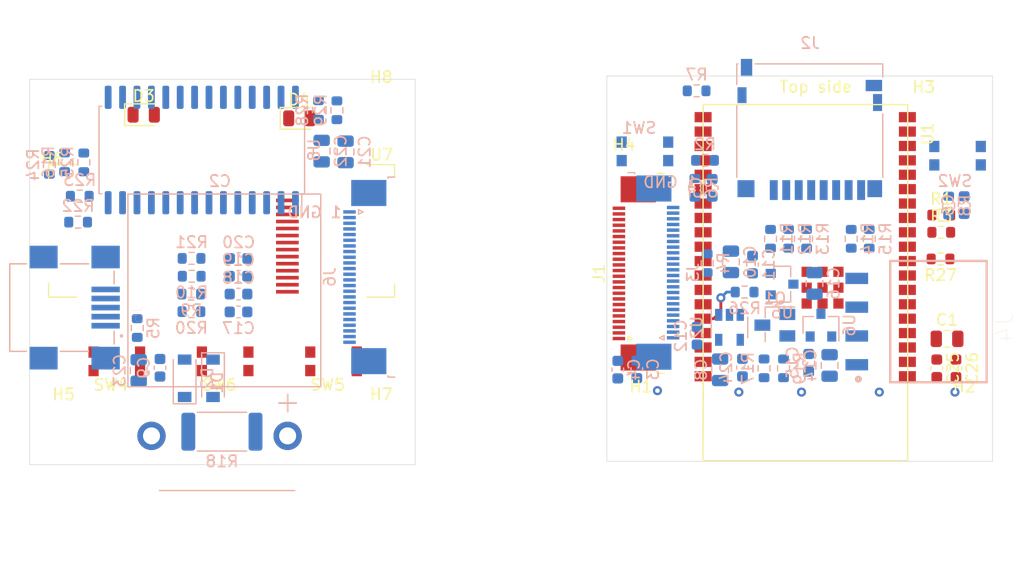
<source format=kicad_pcb>
(kicad_pcb (version 20171130) (host pcbnew "(5.1.8)-1")
  (layers (0 F.Cu signal) (1 In1.Cu power) (2 In2.Cu power) (31 B.Cu signal) (34 B.Paste user) (35 F.Paste user) (36 B.SilkS user hide) (37 F.SilkS user hide) (38 B.Mask user) (39 F.Mask user) (44 Edge.Cuts user))
  (net 0 "")
  (net 1 GND)
  (net 2 +3V3)
  (net 3 /CSI_PCLK)
  (net 4 /CAM_RST)
  (net 5 /ESP32_RST)
  (net 6 +2V8)
  (net 7 +1V2)
  (net 8 "Net-(C16-Pad1)")
  (net 9 "Net-(C17-Pad1)")
  (net 10 "Net-(C17-Pad2)")
  (net 11 "Net-(C18-Pad2)")
  (net 12 "Net-(C18-Pad1)")
  (net 13 "Net-(C21-Pad1)")
  (net 14 "Net-(C22-Pad1)")
  (net 15 "Net-(D2-Pad1)")
  (net 16 "Net-(D3-Pad2)")
  (net 17 "Net-(D4-Pad2)")
  (net 18 "Net-(J1-Pad1)")
  (net 19 "Net-(J1-Pad2)")
  (net 20 /CSI_D2)
  (net 21 /CSI_D1)
  (net 22 /CSI_D3)
  (net 23 "Net-(J1-Pad6)")
  (net 24 /CSI_D4)
  (net 25 /CSI_D5)
  (net 26 /CSI_D6)
  (net 27 /CSI_MCLK)
  (net 28 /CSI_D7)
  (net 29 /CSI_HSYNC)
  (net 30 "Net-(J1-Pad17)")
  (net 31 /CSI_VSYNC)
  (net 32 /TWI_SCK)
  (net 33 /TWI_SDA)
  (net 34 "Net-(J1-Pad24)")
  (net 35 /HS2_DATA1)
  (net 36 /HS2_DATA0)
  (net 37 /HS2_CLK)
  (net 38 /HS2_CMD)
  (net 39 /HS2_DATA3)
  (net 40 /HS2_DATA2)
  (net 41 /SCL)
  (net 42 /U0TXD)
  (net 43 "Net-(Q1-Pad2)")
  (net 44 /CSI_D0)
  (net 45 /CAM_PWR)
  (net 46 "/I2C OLED/OLED_RESET")
  (net 47 "Net-(R21-Pad1)")
  (net 48 "/GPIO Expander/Vusb_detect")
  (net 49 "Net-(R24-Pad2)")
  (net 50 "/GPIO Expander/LED_RECORDING")
  (net 51 /SDA)
  (net 52 "/GPIO Expander/BTN_DOWN")
  (net 53 "/GPIO Expander/BTN_UP")
  (net 54 "/GPIO Expander/BTN_OK")
  (net 55 "Net-(U1-Pad17)")
  (net 56 "Net-(U1-Pad18)")
  (net 57 "Net-(U1-Pad19)")
  (net 58 "Net-(U1-Pad20)")
  (net 59 "Net-(U1-Pad21)")
  (net 60 "Net-(U1-Pad22)")
  (net 61 "Net-(U1-Pad32)")
  (net 62 "Net-(U1-Pad28)")
  (net 63 "Net-(U1-Pad27)")
  (net 64 "Net-(U2-Pad4)")
  (net 65 "Net-(U7-Pad6)")
  (net 66 "Net-(U8-Pad1)")
  (net 67 "Net-(U8-Pad2)")
  (net 68 "Net-(U8-Pad3)")
  (net 69 "Net-(U8-Pad4)")
  (net 70 "Net-(U8-Pad5)")
  (net 71 "Net-(U8-Pad6)")
  (net 72 "Net-(U8-Pad7)")
  (net 73 "Net-(U8-Pad8)")
  (net 74 "Net-(U8-Pad11)")
  (net 75 "Net-(U8-Pad14)")
  (net 76 "Net-(U8-Pad19)")
  (net 77 "Net-(U8-Pad20)")
  (net 78 "Net-(U8-Pad21)")
  (net 79 "Net-(U8-Pad22)")
  (net 80 "Net-(U8-Pad23)")
  (net 81 "Net-(C2-Pad1)")
  (net 82 "Net-(J5-Pad4)")
  (net 83 "Net-(J5-Pad3)")
  (net 84 "Net-(J5-Pad2)")
  (net 85 /5V_USB_SC)
  (module Connector_Card:microSD_HC_Hirose_DM3D-SF (layer B.Cu) (at 126.74302 0.8801 180)
    (fp_text reference J2 (at -0.025 7.625) (layer B.SilkS) (effects (justify mirror)))
    (fp_text value Micro_SD_Card)
    (pad 8 smd rect (at -4.525 -5.35 180) (size 0.7 1.75) (layers B.Cu B.Paste B.Mask) (net 35 /HS2_DATA1))
    (pad 11 smd rect (at -5.725 -5.225 180) (size 1.3 1.5) (layers B.Cu B.Paste B.Mask))
    (pad 11 smd rect (at -5.975 2.375 180) (size 0.8 1.5) (layers B.Cu B.Paste B.Mask))
    (pad 9 smd rect (at -5.65 3.875 180) (size 1.45 1) (layers B.Cu B.Paste B.Mask) (net 1 GND))
    (pad 11 smd rect (at 5.975 3.025 180) (size 0.8 1.4) (layers B.Cu B.Paste B.Mask))
    (pad 7 smd rect (at -3.425 -5.35 180) (size 0.7 1.75) (layers B.Cu B.Paste B.Mask) (net 36 /HS2_DATA0))
    (pad 6 smd rect (at -2.325 -5.35 180) (size 0.7 1.75) (layers B.Cu B.Paste B.Mask) (net 1 GND))
    (pad 5 smd rect (at -1.225 -5.35 180) (size 0.7 1.75) (layers B.Cu B.Paste B.Mask) (net 37 /HS2_CLK))
    (pad 4 smd rect (at -0.125 -5.35 180) (size 0.7 1.75) (layers B.Cu B.Paste B.Mask) (net 2 +3V3))
    (pad 3 smd rect (at 0.975 -5.35 180) (size 0.7 1.75) (layers B.Cu B.Paste B.Mask) (net 38 /HS2_CMD))
    (pad 2 smd rect (at 2.075 -5.35 180) (size 0.7 1.75) (layers B.Cu B.Paste B.Mask) (net 39 /HS2_DATA3))
    (pad 1 smd rect (at 3.175 -5.35 180) (size 0.7 1.75) (layers B.Cu B.Paste B.Mask) (net 40 /HS2_DATA2))
    (pad 11 smd rect (at 5.625 -5.225 180) (size 1.5 1.5) (layers B.Cu B.Paste B.Mask))
    (pad 10 smd rect (at 5.575 5.45 180) (size 1 1.55) (layers B.Cu B.Paste B.Mask))
  )
  (module BG300-04-X-X-A_REVC:GCT_BG300-04-X-X-A_REVC (layer B.Cu) (at 136.1108 17.832 90)
    (fp_text reference J4 (at -0.55063 7.77873 270) (layer B.SilkS) (effects (font (size 1.601795 1.601795) (thickness 0.015)) (justify mirror)))
    (fp_text value BG300-04-X-X-A_REVC)
    (pad 4 smd rect (at 3.81 -5.225 90) (size 1 2) (layers B.Cu B.Paste B.Mask) (net 85 /5V_USB_SC))
    (pad 3 smd rect (at 1.27 -5.225 90) (size 1 2) (layers B.Cu B.Paste B.Mask) (net 42 /U0TXD))
    (pad 2 smd rect (at -1.27 -5.225 90) (size 1 2) (layers B.Cu B.Paste B.Mask) (net 41 /SCL))
    (pad 1 smd rect (at -3.81 -5.225 90) (size 1 2) (layers B.Cu B.Paste B.Mask) (net 1 GND))
  )
  (module kicad_lib:ESP32-WROVER-E-JC (layer F.Cu) (at 126.7128 11.7995 180)
    (fp_text reference U1 (at -10.41 10.53 90) (layer F.SilkS))
    (fp_text value ESP32-WROVER-E-JC)
    (pad 1 smd rect (at -8.636 -10.8585) (size 1.5 0.9) (layers F.Cu F.Paste F.Mask) (net 1 GND))
    (pad 2 smd rect (at -8.636 -9.5885) (size 1.5 0.9) (layers F.Cu F.Paste F.Mask) (net 2 +3V3))
    (pad 3 smd rect (at -8.636 -8.3185) (size 1.5 0.9) (layers F.Cu F.Paste F.Mask) (net 5 /ESP32_RST))
    (pad 4 smd rect (at -8.636 -7.0485) (size 1.5 0.9) (layers F.Cu F.Paste F.Mask) (net 24 /CSI_D4))
    (pad 5 smd rect (at -8.636 -5.7785) (size 1.5 0.9) (layers F.Cu F.Paste F.Mask) (net 25 /CSI_D5))
    (pad 6 smd rect (at -8.636 -4.5085) (size 1.5 0.9) (layers F.Cu F.Paste F.Mask) (net 26 /CSI_D6))
    (pad 7 smd rect (at -8.636 -3.2385) (size 1.5 0.9) (layers F.Cu F.Paste F.Mask) (net 28 /CSI_D7))
    (pad 8 smd rect (at -8.636 -1.9685) (size 1.5 0.9) (layers F.Cu F.Paste F.Mask) (net 45 /CAM_PWR))
    (pad 9 smd rect (at -8.636 -0.6985) (size 1.5 0.9) (layers F.Cu F.Paste F.Mask) (net 51 /SDA))
    (pad 10 smd rect (at -8.636 0.5715) (size 1.5 0.9) (layers F.Cu F.Paste F.Mask) (net 31 /CSI_VSYNC))
    (pad 11 smd rect (at -8.636 1.8415) (size 1.5 0.9) (layers F.Cu F.Paste F.Mask) (net 33 /TWI_SDA))
    (pad 12 smd rect (at -8.636 3.1115) (size 1.5 0.9) (layers F.Cu F.Paste F.Mask) (net 32 /TWI_SCK))
    (pad 13 smd rect (at -8.636 4.3815) (size 1.5 0.9) (layers F.Cu F.Paste F.Mask) (net 37 /HS2_CLK))
    (pad 14 smd rect (at -8.636 5.6515) (size 1.5 0.9) (layers F.Cu F.Paste F.Mask) (net 40 /HS2_DATA2))
    (pad 15 smd rect (at -8.636 6.9215) (size 1.5 0.9) (layers F.Cu F.Paste F.Mask) (net 1 GND))
    (pad 16 smd rect (at -8.636 8.1915) (size 1.5 0.9) (layers F.Cu F.Paste F.Mask) (net 39 /HS2_DATA3))
    (pad 17 smd rect (at -8.636 9.4615) (size 1.5 0.9) (layers F.Cu F.Paste F.Mask) (net 55 "Net-(U1-Pad17)"))
    (pad 18 smd rect (at -8.636 10.7315 270) (size 0.9 1.5) (layers F.Cu F.Paste F.Mask) (net 56 "Net-(U1-Pad18)"))
    (pad 19 smd rect (at -8.636 12.0015 270) (size 0.9 1.5) (layers F.Cu F.Paste F.Mask) (net 57 "Net-(U1-Pad19)"))
    (pad 20 smd rect (at 9.374 12.0015 270) (size 0.9 1.5) (layers F.Cu F.Paste F.Mask) (net 58 "Net-(U1-Pad20)"))
    (pad 21 smd rect (at 9.374 10.7315 270) (size 0.9 1.5) (layers F.Cu F.Paste F.Mask) (net 59 "Net-(U1-Pad21)"))
    (pad 22 smd rect (at 9.374 9.4615 270) (size 0.9 1.5) (layers F.Cu F.Paste F.Mask) (net 60 "Net-(U1-Pad22)"))
    (pad 23 smd rect (at 9.374 8.1915 270) (size 0.9 1.5) (layers F.Cu F.Paste F.Mask) (net 38 /HS2_CMD))
    (pad 24 smd rect (at 9.374 6.9215 270) (size 0.9 1.5) (layers F.Cu F.Paste F.Mask) (net 36 /HS2_DATA0))
    (pad 38 smd rect (at 9.374 -10.8585 180) (size 1.5 0.9) (layers F.Cu F.Paste F.Mask) (net 1 GND))
    (pad 37 smd rect (at 9.374 -9.5885 180) (size 1.5 0.9) (layers F.Cu F.Paste F.Mask) (net 29 /CSI_HSYNC))
    (pad 36 smd rect (at 9.374 -8.3185 180) (size 1.5 0.9) (layers F.Cu F.Paste F.Mask) (net 3 /CSI_PCLK))
    (pad 35 smd rect (at 9.374 -7.0485 180) (size 1.5 0.9) (layers F.Cu F.Paste F.Mask) (net 42 /U0TXD))
    (pad 34 smd rect (at 9.374 -5.7785 180) (size 1.5 0.9) (layers F.Cu F.Paste F.Mask) (net 41 /SCL))
    (pad 33 smd rect (at 9.374 -4.5085 180) (size 1.5 0.9) (layers F.Cu F.Paste F.Mask) (net 22 /CSI_D3))
    (pad 32 smd rect (at 9.374 -3.2385 180) (size 1.5 0.9) (layers F.Cu F.Paste F.Mask) (net 61 "Net-(U1-Pad32)"))
    (pad 31 smd rect (at 9.374 -1.9685 180) (size 1.5 0.9) (layers F.Cu F.Paste F.Mask) (net 20 /CSI_D2))
    (pad 30 smd rect (at 9.374 -0.6985 180) (size 1.5 0.9) (layers F.Cu F.Paste F.Mask) (net 21 /CSI_D1))
    (pad 29 smd rect (at 9.374 0.5715 180) (size 1.5 0.9) (layers F.Cu F.Paste F.Mask) (net 44 /CSI_D0))
    (pad 28 smd rect (at 9.374 1.8415 180) (size 1.5 0.9) (layers F.Cu F.Paste F.Mask) (net 62 "Net-(U1-Pad28)"))
    (pad 27 smd rect (at 9.374 3.1115 180) (size 1.5 0.9) (layers F.Cu F.Paste F.Mask) (net 63 "Net-(U1-Pad27)"))
    (pad 26 smd rect (at 9.374 4.3815 270) (size 0.9 1.5) (layers F.Cu F.Paste F.Mask) (net 35 /HS2_DATA1))
    (pad 25 smd rect (at 9.374 5.6515 270) (size 0.9 1.5) (layers F.Cu F.Paste F.Mask) (net 27 /CSI_MCLK))
    (pad 39 smd rect (at -2.5554 -4.4413 270) (size 0.9 0.9) (layers F.Cu F.Paste F.Mask) (net 1 GND) (thermal_gap 0.475))
    (pad 39 smd rect (at -1.1554 -4.4413 270) (size 0.9 0.9) (layers F.Cu F.Paste F.Mask) (net 1 GND) (thermal_gap 0.475))
    (pad 39 smd rect (at 0.2446 -4.4413 270) (size 0.9 0.9) (layers F.Cu F.Paste F.Mask) (net 1 GND) (thermal_gap 0.475))
    (pad 39 smd rect (at -2.5554 -3.0413 270) (size 0.9 0.9) (layers F.Cu F.Paste F.Mask) (net 1 GND) (thermal_gap 0.475))
    (pad 39 smd rect (at 0.2446 -3.0413 270) (size 0.9 0.9) (layers F.Cu F.Paste F.Mask) (net 1 GND) (thermal_gap 0.475))
    (pad 39 smd rect (at -1.1554 -3.0413 270) (size 0.9 0.9) (layers F.Cu F.Paste F.Mask) (net 1 GND) (thermal_gap 0.475))
    (pad 39 smd rect (at -1.1554 -1.6413 270) (size 0.9 0.9) (layers F.Cu F.Paste F.Mask) (net 1 GND) (thermal_gap 0.475))
    (pad 39 smd rect (at -2.5554 -1.6413 270) (size 0.9 0.9) (layers F.Cu F.Paste F.Mask) (net 1 GND) (thermal_gap 0.475))
    (pad 39 smd rect (at 0.2446 -1.6413 270) (size 0.9 0.9) (layers F.Cu F.Paste F.Mask) (net 1 GND) (thermal_gap 0.475))
  )
  (module kicad_lib:JC_Switch_TL6330 (layer B.Cu) (at 114.7113 1.5125 180)
    (fp_text reference SW1 (at 3.02006 0.76708 180) (layer B.SilkS) (effects (justify mirror)))
    (fp_text value BTN_BOOT)
    (pad 1 smd rect (at 0.44958 -0.48768 180) (size 0.9 1) (layers B.Cu B.Paste B.Mask) (net 27 /CSI_MCLK))
    (pad 2 smd rect (at 4.54958 -0.48768 180) (size 0.9 1) (layers B.Cu B.Paste B.Mask) (net 1 GND))
    (pad 2 smd rect (at 4.54958 -2.11868 180) (size 0.9 1) (layers B.Cu B.Paste B.Mask) (net 1 GND))
    (pad 2 smd rect (at 0.44958 -2.11868) (size 0.9 1) (layers B.Cu B.Paste B.Mask) (net 1 GND))
  )
  (module kicad_lib:DGH105Q5R5-Horizontal (layer B.Cu) (at 80.7128 27.9172 180)
    (fp_text reference C2 (at 5.969 22.479 180) (layer B.SilkS) (effects (justify mirror)))
    (fp_text value DGH105Q5R5)
    (fp_text user + (at 0 3.048 180) (layer B.SilkS) (effects (font (size 2 2)) (justify mirror)))
    (pad 2 thru_hole circle (at 12 0 180) (size 2.5 2.5) (drill 1.5) (layers *.Cu *.Mask) (net 1 GND))
    (pad 1 thru_hole circle (at 0 0 180) (size 2.5 2.5) (drill 1.5) (layers *.Cu *.Mask) (net 81 "Net-(C2-Pad1)"))
  )
  (module MountingHole:MountingHole_2mm (layer F.Cu) (at 88.9628 -0.5428)
    (fp_text reference H8 (at 0 -3.2) (layer F.SilkS))
    (fp_text value MountingHole)
    (pad "" np_thru_hole circle (at 0 0) (size 2 2) (drill 2) (layers *.Cu *.Mask))
  )
  (module MountingHole:MountingHole_2mm (layer F.Cu) (at 88.9628 27.4572)
    (fp_text reference H7 (at 0 -3.2) (layer F.SilkS))
    (fp_text value MountingHole)
    (pad "" np_thru_hole circle (at 0 0) (size 2 2) (drill 2) (layers *.Cu *.Mask))
  )
  (module MountingHole:MountingHole_2mm (layer F.Cu) (at 60.9628 -0.5428)
    (fp_text reference H6 (at -1 4) (layer F.SilkS))
    (fp_text value MountingHole)
    (pad "" np_thru_hole circle (at 0 0) (size 2 2) (drill 2) (layers *.Cu *.Mask))
  )
  (module MountingHole:MountingHole_2mm (layer F.Cu) (at 60.9628 27.4572)
    (fp_text reference H5 (at 0 -3.2) (layer F.SilkS))
    (fp_text value MountingHole)
    (pad "" np_thru_hole circle (at 0 0) (size 2 2) (drill 2) (layers *.Cu *.Mask))
  )
  (module Connector_FFC-FPC:TE_2-1734839-4_1x24-1MP_P0.5mm_Horizontal (layer B.Cu) (at 87.5178 13.907 270)
    (fp_text reference J6 (at 0 3.1 270) (layer B.SilkS) (effects (justify mirror)))
    (fp_text value BACK_PCB_CONNECTOR)
    (pad MP smd rect (at 7.42 -0.35 270) (size 2.3 3.1) (layers B.Cu B.Paste B.Mask))
    (pad MP smd rect (at -7.42 -0.35 270) (size 2.3 3.1) (layers B.Cu B.Paste B.Mask))
    (pad 24 smd rect (at 5.75 1.35 270) (size 0.3 1.1) (layers B.Cu B.Paste B.Mask) (net 1 GND))
    (pad 23 smd rect (at 5.25 1.35 270) (size 0.3 1.1) (layers B.Cu B.Paste B.Mask) (net 1 GND))
    (pad 22 smd rect (at 4.75 1.35 270) (size 0.3 1.1) (layers B.Cu B.Paste B.Mask) (net 85 /5V_USB_SC))
    (pad 21 smd rect (at 4.25 1.35 270) (size 0.3 1.1) (layers B.Cu B.Paste B.Mask) (net 85 /5V_USB_SC))
    (pad 20 smd rect (at 3.75 1.35 270) (size 0.3 1.1) (layers B.Cu B.Paste B.Mask) (net 1 GND))
    (pad 19 smd rect (at 3.25 1.35 270) (size 0.3 1.1) (layers B.Cu B.Paste B.Mask) (net 1 GND))
    (pad 18 smd rect (at 2.75 1.35 270) (size 0.3 1.1) (layers B.Cu B.Paste B.Mask) (net 2 +3V3))
    (pad 17 smd rect (at 2.25 1.35 270) (size 0.3 1.1) (layers B.Cu B.Paste B.Mask) (net 2 +3V3))
    (pad 16 smd rect (at 1.75 1.35 270) (size 0.3 1.1) (layers B.Cu B.Paste B.Mask) (net 1 GND))
    (pad 15 smd rect (at 1.25 1.35 270) (size 0.3 1.1) (layers B.Cu B.Paste B.Mask) (net 1 GND))
    (pad 14 smd rect (at 0.75 1.35 270) (size 0.3 1.1) (layers B.Cu B.Paste B.Mask) (net 41 /SCL))
    (pad 13 smd rect (at 0.25 1.35 270) (size 0.3 1.1) (layers B.Cu B.Paste B.Mask) (net 1 GND))
    (pad 12 smd rect (at -0.25 1.35 270) (size 0.3 1.1) (layers B.Cu B.Paste B.Mask) (net 1 GND))
    (pad 11 smd rect (at -0.75 1.35 270) (size 0.3 1.1) (layers B.Cu B.Paste B.Mask) (net 51 /SDA))
    (pad 10 smd rect (at -1.25 1.35 270) (size 0.3 1.1) (layers B.Cu B.Paste B.Mask) (net 1 GND))
    (pad 9 smd rect (at -1.75 1.35 270) (size 0.3 1.1) (layers B.Cu B.Paste B.Mask) (net 1 GND))
    (pad 8 smd rect (at -2.25 1.35 270) (size 0.3 1.1) (layers B.Cu B.Paste B.Mask) (net 45 /CAM_PWR))
    (pad 7 smd rect (at -2.75 1.35 270) (size 0.3 1.1) (layers B.Cu B.Paste B.Mask) (net 1 GND))
    (pad 6 smd rect (at -3.25 1.35 270) (size 0.3 1.1) (layers B.Cu B.Paste B.Mask) (net 1 GND))
    (pad 5 smd rect (at -3.75 1.35 270) (size 0.3 1.1) (layers B.Cu B.Paste B.Mask) (net 1 GND))
    (pad 4 smd rect (at -4.25 1.35 270) (size 0.3 1.1) (layers B.Cu B.Paste B.Mask) (net 1 GND))
    (pad 3 smd rect (at -4.75 1.35 270) (size 0.3 1.1) (layers B.Cu B.Paste B.Mask) (net 1 GND))
    (pad 2 smd rect (at -5.25 1.35 270) (size 0.3 1.1) (layers B.Cu B.Paste B.Mask) (net 1 GND))
    (pad 1 smd rect (at -5.75 1.35 270) (size 0.3 1.1) (layers B.Cu B.Paste B.Mask) (net 1 GND))
  )
  (module Connector_FFC-FPC:TE_2-1734839-4_1x24-1MP_P0.5mm_Horizontal (layer B.Cu) (at 113.3468 13.514 90)
    (fp_text reference J3 (at 0 3.1 90) (layer B.SilkS) (effects (justify mirror)))
    (fp_text value FRONT_PCB_CONNECTOR)
    (pad 1 smd rect (at -5.75 1.35 90) (size 0.3 1.1) (layers B.Cu B.Paste B.Mask) (net 1 GND))
    (pad 2 smd rect (at -5.25 1.35 90) (size 0.3 1.1) (layers B.Cu B.Paste B.Mask) (net 1 GND))
    (pad 3 smd rect (at -4.75 1.35 90) (size 0.3 1.1) (layers B.Cu B.Paste B.Mask) (net 85 /5V_USB_SC))
    (pad 4 smd rect (at -4.25 1.35 90) (size 0.3 1.1) (layers B.Cu B.Paste B.Mask) (net 85 /5V_USB_SC))
    (pad 5 smd rect (at -3.75 1.35 90) (size 0.3 1.1) (layers B.Cu B.Paste B.Mask) (net 1 GND))
    (pad 6 smd rect (at -3.25 1.35 90) (size 0.3 1.1) (layers B.Cu B.Paste B.Mask) (net 1 GND))
    (pad 7 smd rect (at -2.75 1.35 90) (size 0.3 1.1) (layers B.Cu B.Paste B.Mask) (net 2 +3V3))
    (pad 8 smd rect (at -2.25 1.35 90) (size 0.3 1.1) (layers B.Cu B.Paste B.Mask) (net 2 +3V3))
    (pad 9 smd rect (at -1.75 1.35 90) (size 0.3 1.1) (layers B.Cu B.Paste B.Mask) (net 1 GND))
    (pad 10 smd rect (at -1.25 1.35 90) (size 0.3 1.1) (layers B.Cu B.Paste B.Mask) (net 1 GND))
    (pad 11 smd rect (at -0.75 1.35 90) (size 0.3 1.1) (layers B.Cu B.Paste B.Mask) (net 41 /SCL))
    (pad 12 smd rect (at -0.25 1.35 90) (size 0.3 1.1) (layers B.Cu B.Paste B.Mask) (net 1 GND))
    (pad 13 smd rect (at 0.25 1.35 90) (size 0.3 1.1) (layers B.Cu B.Paste B.Mask) (net 1 GND))
    (pad 14 smd rect (at 0.75 1.35 90) (size 0.3 1.1) (layers B.Cu B.Paste B.Mask) (net 51 /SDA))
    (pad 15 smd rect (at 1.25 1.35 90) (size 0.3 1.1) (layers B.Cu B.Paste B.Mask) (net 1 GND))
    (pad 16 smd rect (at 1.75 1.35 90) (size 0.3 1.1) (layers B.Cu B.Paste B.Mask) (net 1 GND))
    (pad 17 smd rect (at 2.25 1.35 90) (size 0.3 1.1) (layers B.Cu B.Paste B.Mask) (net 45 /CAM_PWR))
    (pad 18 smd rect (at 2.75 1.35 90) (size 0.3 1.1) (layers B.Cu B.Paste B.Mask) (net 1 GND))
    (pad 19 smd rect (at 3.25 1.35 90) (size 0.3 1.1) (layers B.Cu B.Paste B.Mask) (net 1 GND))
    (pad 20 smd rect (at 3.75 1.35 90) (size 0.3 1.1) (layers B.Cu B.Paste B.Mask) (net 1 GND))
    (pad 21 smd rect (at 4.25 1.35 90) (size 0.3 1.1) (layers B.Cu B.Paste B.Mask) (net 1 GND))
    (pad 22 smd rect (at 4.75 1.35 90) (size 0.3 1.1) (layers B.Cu B.Paste B.Mask) (net 1 GND))
    (pad 23 smd rect (at 5.25 1.35 90) (size 0.3 1.1) (layers B.Cu B.Paste B.Mask) (net 1 GND))
    (pad 24 smd rect (at 5.75 1.35 90) (size 0.3 1.1) (layers B.Cu B.Paste B.Mask) (net 1 GND))
    (pad MP smd rect (at -7.42 -0.35 90) (size 2.3 3.1) (layers B.Cu B.Paste B.Mask))
    (pad MP smd rect (at 7.42 -0.35 90) (size 2.3 3.1) (layers B.Cu B.Paste B.Mask))
  )
  (module Resistor_SMD:R_0603_1608Metric (layer B.Cu) (at 85.0568 -0.8121 270)
    (fp_text reference R29 (at 0 1.43 270) (layer B.SilkS) (effects (justify mirror)))
    (fp_text value 3.3k)
    (pad 2 smd roundrect (at 0.825 0 270) (size 0.8 0.95) (layers B.Cu B.Paste B.Mask) (net 41 /SCL))
    (pad 1 smd roundrect (at -0.825 0 270) (size 0.8 0.95) (layers B.Cu B.Paste B.Mask) (net 2 +3V3))
  )
  (module Resistor_SMD:R_0603_1608Metric (layer B.Cu) (at 83.4312 -0.8375 270)
    (fp_text reference R28 (at 0 1.43 270) (layer B.SilkS) (effects (justify mirror)))
    (fp_text value 3.3k)
    (pad 2 smd roundrect (at 0.825 0 270) (size 0.8 0.95) (layers B.Cu B.Paste B.Mask) (net 51 /SDA))
    (pad 1 smd roundrect (at -0.825 0 270) (size 0.8 0.95) (layers B.Cu B.Paste B.Mask) (net 2 +3V3))
  )
  (module Resistor_SMD:R_0603_1608Metric (layer B.Cu) (at 72.2557 13.8315)
    (fp_text reference R10 (at 0 1.43 180) (layer B.SilkS) (effects (justify mirror)))
    (fp_text value 3.3k)
    (pad 2 smd roundrect (at 0.825 0) (size 0.8 0.95) (layers B.Cu B.Paste B.Mask) (net 51 /SDA))
    (pad 1 smd roundrect (at -0.825 0) (size 0.8 0.95) (layers B.Cu B.Paste B.Mask) (net 2 +3V3))
  )
  (module Resistor_SMD:R_0603_1608Metric (layer B.Cu) (at 72.2176 15.4063)
    (fp_text reference R9 (at 0 1.43 180) (layer B.SilkS) (effects (justify mirror)))
    (fp_text value 3.3k)
    (pad 2 smd roundrect (at 0.825 0) (size 0.8 0.95) (layers B.Cu B.Paste B.Mask) (net 41 /SCL))
    (pad 1 smd roundrect (at -0.825 0) (size 0.8 0.95) (layers B.Cu B.Paste B.Mask) (net 2 +3V3))
  )
  (module Connector_FFC-FPC:TE_2-1734839-4_1x24-1MP_P0.5mm_Horizontal (layer F.Cu) (at 111.2668 13.583 90)
    (fp_text reference J1 (at 0 -3.1 270) (layer F.SilkS))
    (fp_text value OV7670_Conn_01x24_MountingPin)
    (pad MP smd rect (at 7.42 0.35 90) (size 2.3 3.1) (layers F.Cu F.Paste F.Mask) (net 1 GND))
    (pad MP smd rect (at -7.42 0.35 90) (size 2.3 3.1) (layers F.Cu F.Paste F.Mask) (net 1 GND))
    (pad 24 smd rect (at 5.75 -1.35 90) (size 0.3 1.1) (layers F.Cu F.Paste F.Mask) (net 34 "Net-(J1-Pad24)"))
    (pad 23 smd rect (at 5.25 -1.35 90) (size 0.3 1.1) (layers F.Cu F.Paste F.Mask) (net 1 GND))
    (pad 22 smd rect (at 4.75 -1.35 90) (size 0.3 1.1) (layers F.Cu F.Paste F.Mask) (net 33 /TWI_SDA))
    (pad 21 smd rect (at 4.25 -1.35 90) (size 0.3 1.1) (layers F.Cu F.Paste F.Mask) (net 6 +2V8))
    (pad 20 smd rect (at 3.75 -1.35 90) (size 0.3 1.1) (layers F.Cu F.Paste F.Mask) (net 32 /TWI_SCK))
    (pad 19 smd rect (at 3.25 -1.35 90) (size 0.3 1.1) (layers F.Cu F.Paste F.Mask) (net 4 /CAM_RST))
    (pad 18 smd rect (at 2.75 -1.35 90) (size 0.3 1.1) (layers F.Cu F.Paste F.Mask) (net 31 /CSI_VSYNC))
    (pad 17 smd rect (at 2.25 -1.35 90) (size 0.3 1.1) (layers F.Cu F.Paste F.Mask) (net 30 "Net-(J1-Pad17)"))
    (pad 16 smd rect (at 1.75 -1.35 90) (size 0.3 1.1) (layers F.Cu F.Paste F.Mask) (net 29 /CSI_HSYNC))
    (pad 15 smd rect (at 1.25 -1.35 90) (size 0.3 1.1) (layers F.Cu F.Paste F.Mask) (net 7 +1V2))
    (pad 14 smd rect (at 0.75 -1.35 90) (size 0.3 1.1) (layers F.Cu F.Paste F.Mask) (net 2 +3V3))
    (pad 13 smd rect (at 0.25 -1.35 90) (size 0.3 1.1) (layers F.Cu F.Paste F.Mask) (net 28 /CSI_D7))
    (pad 12 smd rect (at -0.25 -1.35 90) (size 0.3 1.1) (layers F.Cu F.Paste F.Mask) (net 27 /CSI_MCLK))
    (pad 11 smd rect (at -0.75 -1.35 90) (size 0.3 1.1) (layers F.Cu F.Paste F.Mask) (net 26 /CSI_D6))
    (pad 10 smd rect (at -1.25 -1.35 90) (size 0.3 1.1) (layers F.Cu F.Paste F.Mask) (net 1 GND))
    (pad 9 smd rect (at -1.75 -1.35 90) (size 0.3 1.1) (layers F.Cu F.Paste F.Mask) (net 25 /CSI_D5))
    (pad 8 smd rect (at -2.25 -1.35 90) (size 0.3 1.1) (layers F.Cu F.Paste F.Mask) (net 3 /CSI_PCLK))
    (pad 7 smd rect (at -2.75 -1.35 90) (size 0.3 1.1) (layers F.Cu F.Paste F.Mask) (net 24 /CSI_D4))
    (pad 6 smd rect (at -3.25 -1.35 90) (size 0.3 1.1) (layers F.Cu F.Paste F.Mask) (net 23 "Net-(J1-Pad6)"))
    (pad 5 smd rect (at -3.75 -1.35 90) (size 0.3 1.1) (layers F.Cu F.Paste F.Mask) (net 22 /CSI_D3))
    (pad 4 smd rect (at -4.25 -1.35 90) (size 0.3 1.1) (layers F.Cu F.Paste F.Mask) (net 21 /CSI_D1))
    (pad 3 smd rect (at -4.75 -1.35 90) (size 0.3 1.1) (layers F.Cu F.Paste F.Mask) (net 20 /CSI_D2))
    (pad 2 smd rect (at -5.25 -1.35 90) (size 0.3 1.1) (layers F.Cu F.Paste F.Mask) (net 19 "Net-(J1-Pad2)"))
    (pad 1 smd rect (at -5.75 -1.35 90) (size 0.3 1.1) (layers F.Cu F.Paste F.Mask) (net 18 "Net-(J1-Pad1)"))
  )
  (module MountingHole:MountingHole_2mm (layer F.Cu) (at 111.8538 -0.837 180)
    (fp_text reference H4 (at 1.476 -3.06) (layer F.SilkS))
    (fp_text value MountingHole)
    (pad "" np_thru_hole circle (at 0 0 180) (size 2 2) (drill 2) (layers *.Cu *.Mask))
  )
  (module MountingHole:MountingHole_2mm (layer F.Cu) (at 139.8538 -0.837 180)
    (fp_text reference H3 (at 3.06 2.02) (layer F.SilkS))
    (fp_text value MountingHole)
    (pad "" np_thru_hole circle (at 0 0 180) (size 2 2) (drill 2) (layers *.Cu *.Mask))
  )
  (module MountingHole:MountingHole_2mm (layer F.Cu) (at 139.8538 27.163 180)
    (fp_text reference H2 (at -0.496 3.604) (layer F.SilkS))
    (fp_text value MountingHole)
    (pad "" np_thru_hole circle (at 0 0 180) (size 2 2) (drill 2) (layers *.Cu *.Mask))
  )
  (module MountingHole:MountingHole_2mm (layer F.Cu) (at 111.8538 27.163 180)
    (fp_text reference H1 (at 0 3.604) (layer F.SilkS))
    (fp_text value MountingHole)
    (pad "" np_thru_hole circle (at 0 0 180) (size 2 2) (drill 2) (layers *.Cu *.Mask))
  )
  (module kicad_lib:ER-OLED0.91-7W_SSD1306 (layer F.Cu) (at 90.2128 4 270)
    (fp_text reference U7 (at -0.891 1.2065) (layer F.SilkS))
    (fp_text value 128x32_OLED_SSD1306)
    (pad 1 smd rect (at 11.203 9.521) (size 2 0.32) (layers F.Cu F.Paste F.Mask) (net 9 "Net-(C17-Pad1)"))
    (pad 2 smd rect (at 10.583 9.521 180) (size 2 0.32) (layers F.Cu F.Paste F.Mask) (net 10 "Net-(C17-Pad2)"))
    (pad 3 smd rect (at 9.963 9.521 180) (size 2 0.32) (layers F.Cu F.Paste F.Mask) (net 12 "Net-(C18-Pad1)"))
    (pad 4 smd rect (at 9.343 9.521 180) (size 2 0.32) (layers F.Cu F.Paste F.Mask) (net 11 "Net-(C18-Pad2)"))
    (pad 5 smd rect (at 8.723 9.521 180) (size 2 0.32) (layers F.Cu F.Paste F.Mask) (net 2 +3V3))
    (pad 6 smd rect (at 8.103 9.521 180) (size 2 0.32) (layers F.Cu F.Paste F.Mask) (net 65 "Net-(U7-Pad6)"))
    (pad 7 smd rect (at 7.483 9.521 180) (size 2 0.32) (layers F.Cu F.Paste F.Mask) (net 1 GND))
    (pad 8 smd rect (at 6.863 9.521 180) (size 2 0.32) (layers F.Cu F.Paste F.Mask) (net 2 +3V3))
    (pad 9 smd rect (at 6.243 9.521 180) (size 2 0.32) (layers F.Cu F.Paste F.Mask) (net 46 "/I2C OLED/OLED_RESET"))
    (pad 13 smd rect (at 3.763 9.521 180) (size 2 0.32) (layers F.Cu F.Paste F.Mask) (net 13 "Net-(C21-Pad1)"))
    (pad 12 smd rect (at 4.383 9.521 180) (size 2 0.32) (layers F.Cu F.Paste F.Mask) (net 47 "Net-(R21-Pad1)"))
    (pad 10 smd rect (at 5.623 9.521 180) (size 2 0.32) (layers F.Cu F.Paste F.Mask) (net 41 /SCL))
    (pad 11 smd rect (at 5.003 9.521 180) (size 2 0.32) (layers F.Cu F.Paste F.Mask) (net 51 /SDA))
    (pad 14 smd rect (at 3.143 9.521 180) (size 2 0.32) (layers F.Cu F.Paste F.Mask) (net 14 "Net-(C22-Pad1)"))
  )
  (module Package_SO:SOIC-28W_7.5x17.9mm_P1.27mm (layer B.Cu) (at 73.1461 2.6954 90)
    (fp_text reference U8 (at 0 9.9 270) (layer B.SilkS) (effects (justify mirror)))
    (fp_text value MCP23017_SO)
    (pad 1 smd roundrect (at -4.65 8.255 90) (size 2.05 0.6) (layers B.Cu B.Paste B.Mask) (net 66 "Net-(U8-Pad1)"))
    (pad 2 smd roundrect (at -4.65 6.985 90) (size 2.05 0.6) (layers B.Cu B.Paste B.Mask) (net 67 "Net-(U8-Pad2)"))
    (pad 3 smd roundrect (at -4.65 5.715 90) (size 2.05 0.6) (layers B.Cu B.Paste B.Mask) (net 68 "Net-(U8-Pad3)"))
    (pad 4 smd roundrect (at -4.65 4.445 90) (size 2.05 0.6) (layers B.Cu B.Paste B.Mask) (net 69 "Net-(U8-Pad4)"))
    (pad 5 smd roundrect (at -4.65 3.175 90) (size 2.05 0.6) (layers B.Cu B.Paste B.Mask) (net 70 "Net-(U8-Pad5)"))
    (pad 6 smd roundrect (at -4.65 1.905 90) (size 2.05 0.6) (layers B.Cu B.Paste B.Mask) (net 71 "Net-(U8-Pad6)"))
    (pad 7 smd roundrect (at -4.65 0.635 90) (size 2.05 0.6) (layers B.Cu B.Paste B.Mask) (net 72 "Net-(U8-Pad7)"))
    (pad 8 smd roundrect (at -4.65 -0.635 90) (size 2.05 0.6) (layers B.Cu B.Paste B.Mask) (net 73 "Net-(U8-Pad8)"))
    (pad 9 smd roundrect (at -4.65 -1.905 90) (size 2.05 0.6) (layers B.Cu B.Paste B.Mask) (net 2 +3V3))
    (pad 10 smd roundrect (at -4.65 -3.175 90) (size 2.05 0.6) (layers B.Cu B.Paste B.Mask) (net 1 GND))
    (pad 11 smd roundrect (at -4.65 -4.445 90) (size 2.05 0.6) (layers B.Cu B.Paste B.Mask) (net 74 "Net-(U8-Pad11)"))
    (pad 12 smd roundrect (at -4.65 -5.715 90) (size 2.05 0.6) (layers B.Cu B.Paste B.Mask) (net 41 /SCL))
    (pad 13 smd roundrect (at -4.65 -6.985 90) (size 2.05 0.6) (layers B.Cu B.Paste B.Mask) (net 51 /SDA))
    (pad 14 smd roundrect (at -4.65 -8.255 90) (size 2.05 0.6) (layers B.Cu B.Paste B.Mask) (net 75 "Net-(U8-Pad14)"))
    (pad 15 smd roundrect (at 4.65 -8.255 90) (size 2.05 0.6) (layers B.Cu B.Paste B.Mask) (net 1 GND))
    (pad 16 smd roundrect (at 4.65 -6.985 90) (size 2.05 0.6) (layers B.Cu B.Paste B.Mask) (net 1 GND))
    (pad 17 smd roundrect (at 4.65 -5.715 90) (size 2.05 0.6) (layers B.Cu B.Paste B.Mask) (net 1 GND))
    (pad 18 smd roundrect (at 4.65 -4.445 90) (size 2.05 0.6) (layers B.Cu B.Paste B.Mask) (net 49 "Net-(R24-Pad2)"))
    (pad 19 smd roundrect (at 4.65 -3.175 90) (size 2.05 0.6) (layers B.Cu B.Paste B.Mask) (net 76 "Net-(U8-Pad19)"))
    (pad 20 smd roundrect (at 4.65 -1.905 90) (size 2.05 0.6) (layers B.Cu B.Paste B.Mask) (net 77 "Net-(U8-Pad20)"))
    (pad 21 smd roundrect (at 4.65 -0.635 90) (size 2.05 0.6) (layers B.Cu B.Paste B.Mask) (net 78 "Net-(U8-Pad21)"))
    (pad 22 smd roundrect (at 4.65 0.635 90) (size 2.05 0.6) (layers B.Cu B.Paste B.Mask) (net 79 "Net-(U8-Pad22)"))
    (pad 23 smd roundrect (at 4.65 1.905 90) (size 2.05 0.6) (layers B.Cu B.Paste B.Mask) (net 80 "Net-(U8-Pad23)"))
    (pad 24 smd roundrect (at 4.65 3.175 90) (size 2.05 0.6) (layers B.Cu B.Paste B.Mask) (net 50 "/GPIO Expander/LED_RECORDING"))
    (pad 25 smd roundrect (at 4.65 4.445 90) (size 2.05 0.6) (layers B.Cu B.Paste B.Mask) (net 48 "/GPIO Expander/Vusb_detect"))
    (pad 26 smd roundrect (at 4.65 5.715 90) (size 2.05 0.6) (layers B.Cu B.Paste B.Mask) (net 52 "/GPIO Expander/BTN_DOWN"))
    (pad 27 smd roundrect (at 4.65 6.985 90) (size 2.05 0.6) (layers B.Cu B.Paste B.Mask) (net 53 "/GPIO Expander/BTN_UP"))
    (pad 28 smd roundrect (at 4.65 8.255 90) (size 2.05 0.6) (layers B.Cu B.Paste B.Mask) (net 54 "/GPIO Expander/BTN_OK"))
  )
  (module Package_TO_SOT_SMD:SOT-23 (layer B.Cu) (at 127.7288 18.1495 90)
    (fp_text reference U6 (at 0 2.5 270) (layer B.SilkS) (effects (justify mirror)))
    (fp_text value XC6206-1.2V)
    (pad 3 smd rect (at 1 0 90) (size 0.9 0.8) (layers B.Cu B.Paste B.Mask) (net 8 "Net-(C16-Pad1)"))
    (pad 2 smd rect (at -1 -0.95 90) (size 0.9 0.8) (layers B.Cu B.Paste B.Mask) (net 7 +1V2))
    (pad 1 smd rect (at -1 0.95 90) (size 0.9 0.8) (layers B.Cu B.Paste B.Mask) (net 1 GND))
  )
  (module Package_TO_SOT_SMD:SOT-23 (layer B.Cu) (at 124.2998 14.53)
    (fp_text reference U5 (at 0 2.5 180) (layer B.SilkS) (effects (justify mirror)))
    (fp_text value XC6206-2.8V)
    (pad 3 smd rect (at 1 0) (size 0.9 0.8) (layers B.Cu B.Paste B.Mask) (net 8 "Net-(C16-Pad1)"))
    (pad 2 smd rect (at -1 -0.95) (size 0.9 0.8) (layers B.Cu B.Paste B.Mask) (net 6 +2V8))
    (pad 1 smd rect (at -1 0.95) (size 0.9 0.8) (layers B.Cu B.Paste B.Mask) (net 1 GND))
  )
  (module Package_TO_SOT_SMD:SOT-23-5 (layer B.Cu) (at 119.6643 18.34 270)
    (fp_text reference U2 (at 0 2.9 90) (layer B.SilkS) (effects (justify mirror)))
    (fp_text value XC6210B332MR)
    (pad 5 smd rect (at 1.1 0.95 270) (size 1.06 0.65) (layers B.Cu B.Paste B.Mask) (net 2 +3V3))
    (pad 4 smd rect (at 1.1 -0.95 270) (size 1.06 0.65) (layers B.Cu B.Paste B.Mask) (net 64 "Net-(U2-Pad4)"))
    (pad 3 smd rect (at -1.1 -0.95 270) (size 1.06 0.65) (layers B.Cu B.Paste B.Mask) (net 85 /5V_USB_SC))
    (pad 2 smd rect (at -1.1 0 270) (size 1.06 0.65) (layers B.Cu B.Paste B.Mask) (net 1 GND))
    (pad 1 smd rect (at -1.1 0.95 270) (size 1.06 0.65) (layers B.Cu B.Paste B.Mask) (net 85 /5V_USB_SC))
  )
  (module Resistor_SMD:R_0603_1608Metric (layer F.Cu) (at 138.2693 12.3075 180)
    (fp_text reference R27 (at 0 -1.43) (layer F.SilkS))
    (fp_text value 3.3k)
    (pad 2 smd roundrect (at 0.825 0 180) (size 0.8 0.95) (layers F.Cu F.Paste F.Mask) (net 51 /SDA))
    (pad 1 smd roundrect (at -0.825 0 180) (size 0.8 0.95) (layers F.Cu F.Paste F.Mask) (net 2 +3V3))
  )
  (module Resistor_SMD:R_0603_1608Metric (layer B.Cu) (at 120.9973 15.2285)
    (fp_text reference R26 (at 0 1.43) (layer B.SilkS) (effects (justify mirror)))
    (fp_text value 3.3k)
    (pad 1 smd roundrect (at -0.825 0) (size 0.8 0.95) (layers B.Cu B.Paste B.Mask) (net 41 /SCL))
    (pad 2 smd roundrect (at 0.825 0) (size 0.8 0.95) (layers B.Cu B.Paste B.Mask) (net 2 +3V3))
  )
  (module Resistor_SMD:R_0603_1608Metric (layer B.Cu) (at 62.7429 3.7863 270)
    (fp_text reference R25 (at 0 1.43 90) (layer B.SilkS) (effects (justify mirror)))
    (fp_text value 220)
    (pad 2 smd roundrect (at 0.825 0 270) (size 0.8 0.95) (layers B.Cu B.Paste B.Mask) (net 17 "Net-(D4-Pad2)"))
    (pad 1 smd roundrect (at -0.825 0 270) (size 0.8 0.95) (layers B.Cu B.Paste B.Mask) (net 50 "/GPIO Expander/LED_RECORDING"))
  )
  (module Resistor_SMD:R_0603_1608Metric (layer B.Cu) (at 59.7076 4.0017 270)
    (fp_text reference R24 (at 0 1.43 90) (layer B.SilkS) (effects (justify mirror)))
    (fp_text value 2k2)
    (pad 2 smd roundrect (at 0.825 0 270) (size 0.8 0.95) (layers B.Cu B.Paste B.Mask) (net 49 "Net-(R24-Pad2)"))
    (pad 1 smd roundrect (at -0.825 0 270) (size 0.8 0.95) (layers B.Cu B.Paste B.Mask) (net 2 +3V3))
  )
  (module Resistor_SMD:R_0603_1608Metric (layer B.Cu) (at 62.3873 6.7703 180)
    (fp_text reference R23 (at 0 1.43) (layer B.SilkS) (effects (justify mirror)))
    (fp_text value 150k)
    (pad 2 smd roundrect (at 0.825 0 180) (size 0.8 0.95) (layers B.Cu B.Paste B.Mask) (net 1 GND))
    (pad 1 smd roundrect (at -0.825 0 180) (size 0.8 0.95) (layers B.Cu B.Paste B.Mask) (net 48 "/GPIO Expander/Vusb_detect"))
  )
  (module Resistor_SMD:R_0603_1608Metric (layer B.Cu) (at 62.2417 9.0578 180)
    (fp_text reference R22 (at 0 1.43) (layer B.SilkS) (effects (justify mirror)))
    (fp_text value 100k)
    (pad 2 smd roundrect (at 0.825 0 180) (size 0.8 0.95) (layers B.Cu B.Paste B.Mask) (net 48 "/GPIO Expander/Vusb_detect"))
    (pad 1 smd roundrect (at -0.825 0 180) (size 0.8 0.95) (layers B.Cu B.Paste B.Mask) (net 85 /5V_USB_SC))
  )
  (module Resistor_SMD:R_0603_1608Metric (layer B.Cu) (at 72.243 12.2567 180)
    (fp_text reference R21 (at 0 1.43 180) (layer B.SilkS) (effects (justify mirror)))
    (fp_text value 300k)
    (pad 2 smd roundrect (at 0.825 0 180) (size 0.8 0.95) (layers B.Cu B.Paste B.Mask) (net 1 GND))
    (pad 1 smd roundrect (at -0.825 0 180) (size 0.8 0.95) (layers B.Cu B.Paste B.Mask) (net 47 "Net-(R21-Pad1)"))
  )
  (module Resistor_SMD:R_0603_1608Metric (layer B.Cu) (at 72.2303 16.9557)
    (fp_text reference R20 (at 0 1.43 180) (layer B.SilkS) (effects (justify mirror)))
    (fp_text value 10k)
    (pad 2 smd roundrect (at 0.825 0) (size 0.8 0.95) (layers B.Cu B.Paste B.Mask) (net 46 "/I2C OLED/OLED_RESET"))
    (pad 1 smd roundrect (at -0.825 0) (size 0.8 0.95) (layers B.Cu B.Paste B.Mask) (net 2 +3V3))
  )
  (module Resistor_SMD:R_0603_1608Metric (layer B.Cu) (at 124.4268 21.9595 90)
    (fp_text reference R19 (at 0 1.43 90) (layer B.SilkS) (effects (justify mirror)))
    (fp_text value 1k)
    (pad 2 smd roundrect (at 0.825 0 90) (size 0.8 0.95) (layers B.Cu B.Paste B.Mask) (net 45 /CAM_PWR))
    (pad 1 smd roundrect (at -0.825 0 90) (size 0.8 0.95) (layers B.Cu B.Paste B.Mask) (net 43 "Net-(Q1-Pad2)"))
  )
  (module Resistor_SMD:R_2512_6332Metric (layer B.Cu) (at 74.9188 27.5475)
    (fp_text reference R18 (at 0 2.62 180) (layer B.SilkS) (effects (justify mirror)))
    (fp_text value CRCW251224R0JNEG)
    (pad 1 smd roundrect (at -2.9625 0) (size 1.225 3.35) (layers B.Cu B.Paste B.Mask) (roundrect_rratio 0.204082) (net 15 "Net-(D2-Pad1)"))
    (pad 2 smd roundrect (at 2.9625 0) (size 1.225 3.35) (layers B.Cu B.Paste B.Mask) (roundrect_rratio 0.204082) (net 81 "Net-(C2-Pad1)"))
  )
  (module Resistor_SMD:R_0603_1608Metric (layer B.Cu) (at 122.7123 21.9595 270)
    (fp_text reference R17 (at 0 1.43 270) (layer B.SilkS) (effects (justify mirror)))
    (fp_text value 10k)
    (pad 2 smd roundrect (at 0.825 0 270) (size 0.8 0.95) (layers B.Cu B.Paste B.Mask) (net 43 "Net-(Q1-Pad2)"))
    (pad 1 smd roundrect (at -0.825 0 270) (size 0.8 0.95) (layers B.Cu B.Paste B.Mask) (net 2 +3V3))
  )
  (module Resistor_SMD:R_0603_1608Metric (layer B.Cu) (at 61.0538 3.7731 270)
    (fp_text reference R16 (at 0 1.43 270) (layer B.SilkS) (effects (justify mirror)))
    (fp_text value 130)
    (pad 2 smd roundrect (at 0.825 0 270) (size 0.8 0.95) (layers B.Cu B.Paste B.Mask) (net 16 "Net-(D3-Pad2)"))
    (pad 1 smd roundrect (at -0.825 0 270) (size 0.8 0.95) (layers B.Cu B.Paste B.Mask) (net 2 +3V3))
  )
  (module Resistor_SMD:R_0603_1608Metric (layer B.Cu) (at 131.9833 10.5295 90)
    (fp_text reference R15 (at 0 1.43 270) (layer B.SilkS) (effects (justify mirror)))
    (fp_text value 47K)
    (pad 2 smd roundrect (at 0.825 0 90) (size 0.8 0.95) (layers B.Cu B.Paste B.Mask) (net 35 /HS2_DATA1))
    (pad 1 smd roundrect (at -0.825 0 90) (size 0.8 0.95) (layers B.Cu B.Paste B.Mask) (net 2 +3V3))
  )
  (module Resistor_SMD:R_0603_1608Metric (layer B.Cu) (at 130.3958 10.529 90)
    (fp_text reference R14 (at 0 1.43 270) (layer B.SilkS) (effects (justify mirror)))
    (fp_text value 47K)
    (pad 2 smd roundrect (at 0.825 0 90) (size 0.8 0.95) (layers B.Cu B.Paste B.Mask) (net 36 /HS2_DATA0))
    (pad 1 smd roundrect (at -0.825 0 90) (size 0.8 0.95) (layers B.Cu B.Paste B.Mask) (net 2 +3V3))
  )
  (module Resistor_SMD:R_0603_1608Metric (layer B.Cu) (at 126.4588 10.529 90)
    (fp_text reference R13 (at 0 1.43 270) (layer B.SilkS) (effects (justify mirror)))
    (fp_text value 47K)
    (pad 2 smd roundrect (at 0.825 0 90) (size 0.8 0.95) (layers B.Cu B.Paste B.Mask) (net 38 /HS2_CMD))
    (pad 1 smd roundrect (at -0.825 0 90) (size 0.8 0.95) (layers B.Cu B.Paste B.Mask) (net 2 +3V3))
  )
  (module Resistor_SMD:R_0603_1608Metric (layer B.Cu) (at 124.8713 10.5295 90)
    (fp_text reference R12 (at 0 1.43 270) (layer B.SilkS) (effects (justify mirror)))
    (fp_text value 47K)
    (pad 2 smd roundrect (at 0.825 0 90) (size 0.8 0.95) (layers B.Cu B.Paste B.Mask) (net 39 /HS2_DATA3))
    (pad 1 smd roundrect (at -0.825 0 90) (size 0.8 0.95) (layers B.Cu B.Paste B.Mask) (net 2 +3V3))
  )
  (module Resistor_SMD:R_0603_1608Metric (layer B.Cu) (at 123.2838 10.5295 90)
    (fp_text reference R11 (at 0 1.43 270) (layer B.SilkS) (effects (justify mirror)))
    (fp_text value DNC)
    (pad 2 smd roundrect (at 0.825 0 90) (size 0.8 0.95) (layers B.Cu B.Paste B.Mask) (net 40 /HS2_DATA2))
    (pad 1 smd roundrect (at -0.825 0 90) (size 0.8 0.95) (layers B.Cu B.Paste B.Mask) (net 2 +3V3))
  )
  (module Resistor_SMD:R_0603_1608Metric (layer B.Cu) (at 138.9838 7.5965 90)
    (fp_text reference R8 (at 0 1.43 270) (layer B.SilkS) (effects (justify mirror)))
    (fp_text value 10K)
    (pad 2 smd roundrect (at 0.825 0 90) (size 0.8 0.95) (layers B.Cu B.Paste B.Mask) (net 5 /ESP32_RST))
    (pad 1 smd roundrect (at -0.825 0 90) (size 0.8 0.95) (layers B.Cu B.Paste B.Mask) (net 2 +3V3))
  )
  (module Resistor_SMD:R_0603_1608Metric (layer B.Cu) (at 116.7664 -2.5268 180)
    (fp_text reference R7 (at 0 1.43 180) (layer B.SilkS) (effects (justify mirror)))
    (fp_text value 1K)
    (pad 2 smd roundrect (at 0.825 0 180) (size 0.8 0.95) (layers B.Cu B.Paste B.Mask) (net 30 "Net-(J1-Pad17)"))
    (pad 1 smd roundrect (at -0.825 0 180) (size 0.8 0.95) (layers B.Cu B.Paste B.Mask) (net 1 GND))
  )
  (module Resistor_SMD:R_0603_1608Metric (layer B.Cu) (at 116.6163 6.034 90)
    (fp_text reference R6 (at 0 1.43 90) (layer B.SilkS) (effects (justify mirror)))
    (fp_text value 4.7K)
    (pad 2 smd roundrect (at 0.825 0 90) (size 0.8 0.95) (layers B.Cu B.Paste B.Mask) (net 2 +3V3))
    (pad 1 smd roundrect (at -0.825 0 90) (size 0.8 0.95) (layers B.Cu B.Paste B.Mask) (net 4 /CAM_RST))
  )
  (module Resistor_SMD:R_0603_1608Metric (layer B.Cu) (at 67.4546 18.403 90)
    (fp_text reference R5 (at 0 1.43 90) (layer B.SilkS) (effects (justify mirror)))
    (fp_text value 0R)
    (pad 2 smd roundrect (at 0.825 0 90) (size 0.8 0.95) (layers B.Cu B.Paste B.Mask) (net 83 "Net-(J5-Pad3)"))
    (pad 1 smd roundrect (at -0.825 0 90) (size 0.8 0.95) (layers B.Cu B.Paste B.Mask) (net 84 "Net-(J5-Pad2)"))
  )
  (module Resistor_SMD:R_0603_1608Metric (layer B.Cu) (at 117.6958 12.688 90)
    (fp_text reference R4 (at 0 1.43 270) (layer B.SilkS) (effects (justify mirror)))
    (fp_text value 0R)
    (pad 2 smd roundrect (at 0.825 0 90) (size 0.8 0.95) (layers B.Cu B.Paste B.Mask) (net 44 /CSI_D0))
    (pad 1 smd roundrect (at -0.825 0 90) (size 0.8 0.95) (layers B.Cu B.Paste B.Mask) (net 23 "Net-(J1-Pad6)"))
  )
  (module Resistor_SMD:R_0603_1608Metric (layer F.Cu) (at 138.3333 9.958)
    (fp_text reference R3 (at 0 -1.43 180) (layer F.SilkS))
    (fp_text value 4.7K)
    (pad 2 smd roundrect (at 0.825 0) (size 0.8 0.95) (layers F.Cu F.Paste F.Mask) (net 2 +3V3))
    (pad 1 smd roundrect (at -0.825 0) (size 0.8 0.95) (layers F.Cu F.Paste F.Mask) (net 33 /TWI_SDA))
  )
  (module Resistor_SMD:R_0603_1608Metric (layer B.Cu) (at 117.5058 3.608 180)
    (fp_text reference R2 (at 0 1.43) (layer B.SilkS) (effects (justify mirror)))
    (fp_text value 10k)
    (pad 2 smd roundrect (at 0.825 0 180) (size 0.8 0.95) (layers B.Cu B.Paste B.Mask) (net 27 /CSI_MCLK))
    (pad 1 smd roundrect (at -0.825 0 180) (size 0.8 0.95) (layers B.Cu B.Paste B.Mask) (net 2 +3V3))
  )
  (module Resistor_SMD:R_0603_1608Metric (layer F.Cu) (at 138.3328 8.434)
    (fp_text reference R1 (at 0 -1.43) (layer F.SilkS))
    (fp_text value 4.7K)
    (pad 2 smd roundrect (at 0.825 0) (size 0.8 0.95) (layers F.Cu F.Paste F.Mask) (net 2 +3V3))
    (pad 1 smd roundrect (at -0.825 0) (size 0.8 0.95) (layers F.Cu F.Paste F.Mask) (net 32 /TWI_SCK))
  )
  (module Package_TO_SOT_SMD:SuperSOT-3 (layer B.Cu) (at 123.6648 18.1495 180)
    (fp_text reference Q1 (at 0 2.35) (layer B.SilkS) (effects (justify mirror)))
    (fp_text value NDS332P)
    (pad 3 smd rect (at 1.1 0 180) (size 1.4 1) (layers B.Cu B.Paste B.Mask) (net 2 +3V3))
    (pad 2 smd rect (at -1.1 -0.95 180) (size 1.4 1) (layers B.Cu B.Paste B.Mask) (net 43 "Net-(Q1-Pad2)"))
    (pad 1 smd rect (at -1.1 0.95 180) (size 1.4 1) (layers B.Cu B.Paste B.Mask) (net 8 "Net-(C16-Pad1)"))
  )
  (module LED_SMD:LED_0805_2012Metric (layer F.Cu) (at 81.7448 -0.097899)
    (fp_text reference D4 (at 0 -1.65 180) (layer F.SilkS))
    (fp_text value LED)
    (pad 2 smd roundrect (at 0.9375 0) (size 0.975 1.4) (layers F.Cu F.Paste F.Mask) (net 17 "Net-(D4-Pad2)"))
    (pad 1 smd roundrect (at -0.9375 0) (size 0.975 1.4) (layers F.Cu F.Paste F.Mask) (net 1 GND))
  )
  (module LED_SMD:LED_0805_2012Metric (layer F.Cu) (at 68.0257 -0.4179)
    (fp_text reference D3 (at 0 -1.65 180) (layer F.SilkS))
    (fp_text value LED_GREEN)
    (pad 2 smd roundrect (at 0.9375 0) (size 0.975 1.4) (layers F.Cu F.Paste F.Mask) (net 16 "Net-(D3-Pad2)"))
    (pad 1 smd roundrect (at -0.9375 0) (size 0.975 1.4) (layers F.Cu F.Paste F.Mask) (net 1 GND))
  )
  (module Diode_SMD:D_SOD-123 (layer B.Cu) (at 71.6329 22.8368 90)
    (fp_text reference D2 (at 0 2 90) (layer B.SilkS) (effects (justify mirror)))
    (fp_text value PMEG2005EGWX)
    (pad 2 smd rect (at 1.65 0 90) (size 0.9 1.2) (layers B.Cu B.Paste B.Mask) (net 85 /5V_USB_SC))
    (pad 1 smd rect (at -1.65 0 90) (size 0.9 1.2) (layers B.Cu B.Paste B.Mask) (net 15 "Net-(D2-Pad1)"))
  )
  (module Diode_SMD:D_SOD-123 (layer B.Cu) (at 74.1348 22.8368 270)
    (fp_text reference D1 (at 0.3856 -0.3575 90) (layer B.SilkS) (effects (justify mirror)))
    (fp_text value PMEG2005EGWX)
    (pad 2 smd rect (at 1.65 0 270) (size 0.9 1.2) (layers B.Cu B.Paste B.Mask) (net 81 "Net-(C2-Pad1)"))
    (pad 1 smd rect (at -1.65 0 270) (size 0.9 1.2) (layers B.Cu B.Paste B.Mask) (net 85 /5V_USB_SC))
  )
  (module Capacitor_SMD:C_0603_1608Metric (layer F.Cu) (at 139.63005 21.957 270)
    (fp_text reference C26 (at 0 -1.43 90) (layer F.SilkS))
    (fp_text value 0.1uF)
    (pad 2 smd roundrect (at 0.775 0 270) (size 0.9 0.95) (layers F.Cu F.Paste F.Mask) (net 1 GND))
    (pad 1 smd roundrect (at -0.775 0 270) (size 0.9 0.95) (layers F.Cu F.Paste F.Mask) (net 2 +3V3))
  )
  (module Capacitor_SMD:C_0603_1608Metric (layer F.Cu) (at 137.9383 21.957 270)
    (fp_text reference C25 (at 0 -1.43 90) (layer F.SilkS))
    (fp_text value 1uF)
    (pad 2 smd roundrect (at 0.775 0 270) (size 0.9 0.95) (layers F.Cu F.Paste F.Mask) (net 1 GND))
    (pad 1 smd roundrect (at -0.775 0 270) (size 0.9 0.95) (layers F.Cu F.Paste F.Mask) (net 2 +3V3))
  )
  (module Capacitor_SMD:C_0603_1608Metric (layer B.Cu) (at 120.8073 21.896 270)
    (fp_text reference C24 (at 0 1.43 90) (layer B.SilkS) (effects (justify mirror)))
    (fp_text value 1uF)
    (pad 2 smd roundrect (at 0.775 0 270) (size 0.9 0.95) (layers B.Cu B.Paste B.Mask) (net 1 GND))
    (pad 1 smd roundrect (at -0.775 0 270) (size 0.9 0.95) (layers B.Cu B.Paste B.Mask) (net 2 +3V3))
  )
  (module Capacitor_SMD:C_0805_2012Metric (layer B.Cu) (at 67.5816 22.1462 270)
    (fp_text reference C23 (at 0 1.68 90) (layer B.SilkS) (effects (justify mirror)))
    (fp_text value 10uF)
    (pad 2 smd roundrect (at 0.95 0 270) (size 1 1.45) (layers B.Cu B.Paste B.Mask) (net 1 GND))
    (pad 1 smd roundrect (at -0.95 0 270) (size 1 1.45) (layers B.Cu B.Paste B.Mask) (net 85 /5V_USB_SC))
  )
  (module Capacitor_SMD:C_0805_2012Metric (layer B.Cu) (at 83.7106 2.7927 90)
    (fp_text reference C22 (at 0 1.68 90) (layer B.SilkS) (effects (justify mirror)))
    (fp_text value 10uF)
    (pad 2 smd roundrect (at 0.95 0 90) (size 1 1.45) (layers B.Cu B.Paste B.Mask) (net 1 GND))
    (pad 1 smd roundrect (at -0.95 0 90) (size 1 1.45) (layers B.Cu B.Paste B.Mask) (net 14 "Net-(C22-Pad1)"))
  )
  (module Capacitor_SMD:C_0805_2012Metric (layer B.Cu) (at 85.8188 2.8612 90)
    (fp_text reference C21 (at 0 1.68 270) (layer B.SilkS) (effects (justify mirror)))
    (fp_text value 10uF)
    (pad 2 smd roundrect (at 0.95 0 90) (size 1 1.45) (layers B.Cu B.Paste B.Mask) (net 1 GND))
    (pad 1 smd roundrect (at -0.95 0 90) (size 1 1.45) (layers B.Cu B.Paste B.Mask) (net 13 "Net-(C21-Pad1)"))
  )
  (module Capacitor_SMD:C_0603_1608Metric (layer B.Cu) (at 76.3951 12.2694 180)
    (fp_text reference C20 (at 0 1.43 180) (layer B.SilkS) (effects (justify mirror)))
    (fp_text value 1uF)
    (pad 2 smd roundrect (at 0.775 0 180) (size 0.9 0.95) (layers B.Cu B.Paste B.Mask) (net 1 GND))
    (pad 1 smd roundrect (at -0.775 0 180) (size 0.9 0.95) (layers B.Cu B.Paste B.Mask) (net 2 +3V3))
  )
  (module Capacitor_SMD:C_0603_1608Metric (layer B.Cu) (at 76.383 13.8315 180)
    (fp_text reference C19 (at 0 1.43 180) (layer B.SilkS) (effects (justify mirror)))
    (fp_text value 1uF)
    (pad 2 smd roundrect (at 0.775 0 180) (size 0.9 0.95) (layers B.Cu B.Paste B.Mask) (net 1 GND))
    (pad 1 smd roundrect (at -0.775 0 180) (size 0.9 0.95) (layers B.Cu B.Paste B.Mask) (net 2 +3V3))
  )
  (module Capacitor_SMD:C_0603_1608Metric (layer B.Cu) (at 76.3824 15.4063 180)
    (fp_text reference C18 (at 0 1.43) (layer B.SilkS) (effects (justify mirror)))
    (fp_text value 1uF)
    (pad 2 smd roundrect (at 0.775 0 180) (size 0.9 0.95) (layers B.Cu B.Paste B.Mask) (net 11 "Net-(C18-Pad2)"))
    (pad 1 smd roundrect (at -0.775 0 180) (size 0.9 0.95) (layers B.Cu B.Paste B.Mask) (net 12 "Net-(C18-Pad1)"))
  )
  (module Capacitor_SMD:C_0603_1608Metric (layer B.Cu) (at 76.3824 16.9811)
    (fp_text reference C17 (at 0 1.43) (layer B.SilkS) (effects (justify mirror)))
    (fp_text value 1uF)
    (pad 2 smd roundrect (at 0.775 0) (size 0.9 0.95) (layers B.Cu B.Paste B.Mask) (net 10 "Net-(C17-Pad2)"))
    (pad 1 smd roundrect (at -0.775 0) (size 0.9 0.95) (layers B.Cu B.Paste B.Mask) (net 9 "Net-(C17-Pad1)"))
  )
  (module Capacitor_SMD:C_0805_2012Metric (layer B.Cu) (at 127.1573 14.4665 90)
    (fp_text reference C16 (at 0 1.68 90) (layer B.SilkS) (effects (justify mirror)))
    (fp_text value 10uF)
    (pad 2 smd roundrect (at 0.95 0 90) (size 1 1.45) (layers B.Cu B.Paste B.Mask) (net 1 GND))
    (pad 1 smd roundrect (at -0.95 0 90) (size 1 1.45) (layers B.Cu B.Paste B.Mask) (net 8 "Net-(C16-Pad1)"))
  )
  (module Capacitor_SMD:C_0603_1608Metric (layer B.Cu) (at 126.6493 21.4645 270)
    (fp_text reference C15 (at 0 1.43 90) (layer B.SilkS) (effects (justify mirror)))
    (fp_text value 0.1uF)
    (pad 2 smd roundrect (at 0.775 0 270) (size 0.9 0.95) (layers B.Cu B.Paste B.Mask) (net 1 GND))
    (pad 1 smd roundrect (at -0.775 0 270) (size 0.9 0.95) (layers B.Cu B.Paste B.Mask) (net 7 +1V2))
  )
  (module Capacitor_SMD:C_0805_2012Metric (layer B.Cu) (at 128.4908 21.7055 270)
    (fp_text reference C14 (at 0 1.68 90) (layer B.SilkS) (effects (justify mirror)))
    (fp_text value 10uF)
    (pad 2 smd roundrect (at 0.95 0 270) (size 1 1.45) (layers B.Cu B.Paste B.Mask) (net 1 GND))
    (pad 1 smd roundrect (at -0.95 0 270) (size 1 1.45) (layers B.Cu B.Paste B.Mask) (net 7 +1V2))
  )
  (module Capacitor_SMD:C_0603_1608Metric (layer B.Cu) (at 116.8068 19.089 270)
    (fp_text reference C12 (at 0 1.43 90) (layer B.SilkS) (effects (justify mirror)))
    (fp_text value 1uF)
    (pad 2 smd roundrect (at 0.775 0 270) (size 0.9 0.95) (layers B.Cu B.Paste B.Mask) (net 1 GND))
    (pad 1 smd roundrect (at -0.775 0 270) (size 0.9 0.95) (layers B.Cu B.Paste B.Mask) (net 85 /5V_USB_SC))
  )
  (module Capacitor_SMD:C_0603_1608Metric (layer B.Cu) (at 121.6963 12.8025 90)
    (fp_text reference C11 (at 0 1.43 90) (layer B.SilkS) (effects (justify mirror)))
    (fp_text value 0.1uF)
    (pad 2 smd roundrect (at 0.775 0 90) (size 0.9 0.95) (layers B.Cu B.Paste B.Mask) (net 1 GND))
    (pad 1 smd roundrect (at -0.775 0 90) (size 0.9 0.95) (layers B.Cu B.Paste B.Mask) (net 6 +2V8))
  )
  (module Capacitor_SMD:C_0805_2012Metric (layer B.Cu) (at 119.7913 12.564 90)
    (fp_text reference C10 (at 0 1.68 90) (layer B.SilkS) (effects (justify mirror)))
    (fp_text value 10uF)
    (pad 2 smd roundrect (at 0.95 0 90) (size 1 1.45) (layers B.Cu B.Paste B.Mask) (net 1 GND))
    (pad 1 smd roundrect (at -0.95 0 90) (size 1 1.45) (layers B.Cu B.Paste B.Mask) (net 6 +2V8))
  )
  (module Capacitor_SMD:C_0603_1608Metric (layer B.Cu) (at 69.4612 21.9087 270)
    (fp_text reference C9 (at 0 1.43 90) (layer B.SilkS) (effects (justify mirror)))
    (fp_text value 1uF)
    (pad 2 smd roundrect (at 0.775 0 270) (size 0.9 0.95) (layers B.Cu B.Paste B.Mask) (net 1 GND))
    (pad 1 smd roundrect (at -0.775 0 270) (size 0.9 0.95) (layers B.Cu B.Paste B.Mask) (net 85 /5V_USB_SC))
  )
  (module Capacitor_SMD:C_0805_2012Metric (layer B.Cu) (at 118.8388 22.0865 270)
    (fp_text reference C8 (at 0 1.68 270) (layer B.SilkS) (effects (justify mirror)))
    (fp_text value "10uF DNF")
    (pad 2 smd roundrect (at 0.95 0 270) (size 1 1.45) (layers B.Cu B.Paste B.Mask) (net 1 GND))
    (pad 1 smd roundrect (at -0.95 0 270) (size 1 1.45) (layers B.Cu B.Paste B.Mask) (net 2 +3V3))
  )
  (module Capacitor_SMD:C_0603_1608Metric (layer B.Cu) (at 140.3554 7.5587 270)
    (fp_text reference C6 (at 0 1.43 270) (layer B.SilkS) (effects (justify mirror)))
    (fp_text value 1uF)
    (pad 2 smd roundrect (at 0.775 0 270) (size 0.9 0.95) (layers B.Cu B.Paste B.Mask) (net 1 GND))
    (pad 1 smd roundrect (at -0.775 0 270) (size 0.9 0.95) (layers B.Cu B.Paste B.Mask) (net 5 /ESP32_RST))
  )
  (module Capacitor_SMD:C_0603_1608Metric (layer B.Cu) (at 118.1403 6.034 270)
    (fp_text reference C5 (at 0 1.43 90) (layer B.SilkS) (effects (justify mirror)))
    (fp_text value 0.1uF)
    (pad 2 smd roundrect (at 0.775 0 270) (size 0.9 0.95) (layers B.Cu B.Paste B.Mask) (net 1 GND))
    (pad 1 smd roundrect (at -0.775 0 270) (size 0.9 0.95) (layers B.Cu B.Paste B.Mask) (net 4 /CAM_RST))
  )
  (module Capacitor_SMD:C_0603_1608Metric (layer B.Cu) (at 109.819 22.0734 90)
    (fp_text reference C4 (at 0 1.43 90) (layer B.SilkS) (effects (justify mirror)))
    (fp_text value 0.1uF)
    (pad 2 smd roundrect (at 0.775 0 90) (size 0.9 0.95) (layers B.Cu B.Paste B.Mask) (net 2 +3V3))
    (pad 1 smd roundrect (at -0.775 0 90) (size 0.9 0.95) (layers B.Cu B.Paste B.Mask) (net 1 GND))
  )
  (module Capacitor_SMD:C_0603_1608Metric (layer B.Cu) (at 111.4954 22.0474 90)
    (fp_text reference C3 (at 0 1.43 90) (layer B.SilkS) (effects (justify mirror)))
    (fp_text value 15pF)
    (pad 2 smd roundrect (at 0.775 0 90) (size 0.9 0.95) (layers B.Cu B.Paste B.Mask) (net 3 /CSI_PCLK))
    (pad 1 smd roundrect (at -0.775 0 90) (size 0.9 0.95) (layers B.Cu B.Paste B.Mask) (net 1 GND))
  )
  (module Capacitor_SMD:C_0805_2012Metric (layer F.Cu) (at 138.8438 19.356)
    (fp_text reference C1 (at 0 -1.68) (layer F.SilkS))
    (fp_text value 47uF/6.3V/20%/0805)
    (pad 2 smd roundrect (at 0.95 0) (size 1 1.45) (layers F.Cu F.Paste F.Mask) (net 1 GND))
    (pad 1 smd roundrect (at -0.95 0) (size 1 1.45) (layers F.Cu F.Paste F.Mask) (net 2 +3V3))
  )
  (module UJ2-MBH-1-SMT:CUI_UJ2-MBH-1-SMT (layer B.Cu) (at 64.6672 18.1983 90)
    (fp_text reference J5 (at 1.026795 2.789895 90) (layer B.SilkS) (effects (font (size 1.001756 1.001756) (thickness 0.015)) (justify mirror)))
    (fp_text value UJ2-MBH-1-SMT)
    (pad SH4 smd rect (at 6.06 -5.48 90) (size 2 2.5) (layers B.Cu B.Paste B.Mask) (net 1 GND))
    (pad SH3 smd rect (at -2.86 -5.48 90) (size 2 2.5) (layers B.Cu B.Paste B.Mask) (net 1 GND))
    (pad None np_thru_hole circle (at 3.8 -2.51 90) (size 0.9 0.9) (drill 0.9) (layers *.Cu *.Mask))
    (pad None np_thru_hole circle (at -0.6 -2.51 90) (size 0.9 0.9) (drill 0.9) (layers *.Cu *.Mask))
    (pad SH2 smd rect (at 6.06 0 90) (size 2 2.5) (layers B.Cu B.Paste B.Mask) (net 1 GND))
    (pad SH1 smd rect (at -2.86 0 90) (size 2 2.5) (layers B.Cu B.Paste B.Mask) (net 1 GND))
    (pad 5 smd rect (at 3.2 0 90) (size 0.5 2.5) (layers B.Cu B.Paste B.Mask) (net 1 GND))
    (pad 4 smd rect (at 2.4 0 90) (size 0.5 2.5) (layers B.Cu B.Paste B.Mask) (net 82 "Net-(J5-Pad4)"))
    (pad 3 smd rect (at 1.6 0 90) (size 0.5 2.5) (layers B.Cu B.Paste B.Mask) (net 83 "Net-(J5-Pad3)"))
    (pad 2 smd rect (at 0.8 0 90) (size 0.5 2.5) (layers B.Cu B.Paste B.Mask) (net 84 "Net-(J5-Pad2)"))
    (pad 1 smd rect (at 0 0 90) (size 0.5 2.5) (layers B.Cu B.Paste B.Mask) (net 85 /5V_USB_SC))
  )
  (module kicad_lib:JC_Switch_TL6330 (layer B.Cu) (at 142.2703 1.8935 180)
    (fp_text reference SW2 (at 2.73558 -3.53568 180) (layer B.SilkS) (effects (justify mirror)))
    (fp_text value ESP32_RESET)
    (pad 1 smd rect (at 0.44958 -0.48768 180) (size 0.9 1) (layers B.Cu B.Paste B.Mask) (net 5 /ESP32_RST))
    (pad 2 smd rect (at 4.54958 -0.48768 180) (size 0.9 1) (layers B.Cu B.Paste B.Mask) (net 1 GND))
    (pad 2 smd rect (at 4.54958 -2.11868 180) (size 0.9 1) (layers B.Cu B.Paste B.Mask) (net 1 GND))
    (pad 2 smd rect (at 0.44958 -2.11868) (size 0.9 1) (layers B.Cu B.Paste B.Mask) (net 1 GND))
  )
  (module kicad_lib:JC_Switch_TL6330 (layer F.Cu) (at 68.1531 22.6453 180)
    (fp_text reference SW4 (at 3.02006 -0.76708 180) (layer F.SilkS))
    (fp_text value DOWN)
    (pad 2 smd rect (at 0.44958 2.11868) (size 0.9 1) (layers F.Cu F.Paste F.Mask) (net 1 GND))
    (pad 2 smd rect (at 4.54958 2.11868 180) (size 0.9 1) (layers F.Cu F.Paste F.Mask) (net 1 GND))
    (pad 2 smd rect (at 4.54958 0.48768 180) (size 0.9 1) (layers F.Cu F.Paste F.Mask) (net 1 GND))
    (pad 1 smd rect (at 0.44958 0.48768 180) (size 0.9 1) (layers F.Cu F.Paste F.Mask) (net 52 "/GPIO Expander/BTN_DOWN"))
  )
  (module kicad_lib:JC_Switch_TL6330 (layer F.Cu) (at 87.2564 22.6453 180)
    (fp_text reference SW5 (at 3.02006 -0.76708 180) (layer F.SilkS))
    (fp_text value UP)
    (pad 2 smd rect (at 0.44958 2.11868) (size 0.9 1) (layers F.Cu F.Paste F.Mask) (net 1 GND))
    (pad 2 smd rect (at 4.54958 2.11868 180) (size 0.9 1) (layers F.Cu F.Paste F.Mask) (net 1 GND))
    (pad 2 smd rect (at 4.54958 0.48768 180) (size 0.9 1) (layers F.Cu F.Paste F.Mask) (net 1 GND))
    (pad 1 smd rect (at 0.44958 0.48768 180) (size 0.9 1) (layers F.Cu F.Paste F.Mask) (net 53 "/GPIO Expander/BTN_UP"))
  )
  (module kicad_lib:JC_Switch_TL6330 (layer F.Cu) (at 77.70475 22.6453 180)
    (fp_text reference SW6 (at 3.02006 -0.76708 180) (layer F.SilkS))
    (fp_text value OK)
    (pad 1 smd rect (at 0.44958 0.48768 180) (size 0.9 1) (layers F.Cu F.Paste F.Mask) (net 54 "/GPIO Expander/BTN_OK"))
    (pad 2 smd rect (at 4.54958 0.48768 180) (size 0.9 1) (layers F.Cu F.Paste F.Mask) (net 1 GND))
    (pad 2 smd rect (at 4.54958 2.11868 180) (size 0.9 1) (layers F.Cu F.Paste F.Mask) (net 1 GND))
    (pad 2 smd rect (at 0.44958 2.11868) (size 0.9 1) (layers F.Cu F.Paste F.Mask) (net 1 GND))
  )
  (gr_text "Top side" (at 127.2688 -2.8824) (layer F.SilkS) (effects (font (size 1 1))))
  (gr_text "1 GND" (at 114.4418 5.525) (layer B.SilkS) (effects (font (size 1 1)) (justify mirror)))
  (gr_text "1 GND" (at 83.0728 8.192) (layer B.SilkS) (effects (font (size 1 1)) (justify mirror)))
  (gr_text "1 GND" (at 83.0728 8.192) (layer B.SilkS) (effects (font (size 1 1)) (justify mirror)))
  (gr_line (start 142.8538 -3.837) (end 108.8538 -3.837) (layer Edge.Cuts) (width 0.05))
  (gr_line (start 142.8538 -3.837) (end 142.8538 30.163) (layer Edge.Cuts) (width 0.05))
  (gr_line (start 108.8538 30.163) (end 108.8538 -3.837) (layer Edge.Cuts) (width 0.05))
  (gr_line (start 142.8538 30.163) (end 108.8538 30.163) (layer Edge.Cuts) (width 0.05))
  (gr_line (start 57.9628 30.4572) (end 57.9628 -3.5428) (layer Edge.Cuts) (width 0.05))
  (gr_line (start 57.9628 -3.5428) (end 91.9628 -3.5428) (layer Edge.Cuts) (width 0.05))
  (gr_line (start 57.9628 30.4572) (end 91.9628 30.4572) (layer Edge.Cuts) (width 0.05))
  (gr_line (start 91.9628 -3.5428) (end 91.9628 30.4572) (layer Edge.Cuts) (width 0.05))
  (via (at 132.8723 24.055) (size 0.8) (drill 0.4) (layers F.Cu B.Cu) (net 1))
  (via (at 126.0143 24.055) (size 0.8) (drill 0.4) (layers F.Cu B.Cu) (net 1))
  (via (at 120.4898 24.055) (size 0.8) (drill 0.4) (layers F.Cu B.Cu) (net 1))
  (via (at 139.5398 24.055) (size 0.8) (drill 0.4) (layers F.Cu B.Cu) (net 1))
  (via (at 113.3143 23.928) (size 0.8) (drill 0.4) (layers F.Cu B.Cu) (net 1))
  (segment (start 137.9108 21.2095) (end 137.9383 21.182) (width 0.25) (layer F.Cu) (net 2))
  (segment (start 117.3388 17.578) (end 118.2673 17.578) (width 0.25) (layer F.Cu) (net 41))
  (via (at 118.9023 15.7365) (size 0.8) (drill 0.4) (layers F.Cu B.Cu) (net 41))
  (segment (start 118.9023 16.943) (end 118.9023 15.7365) (width 0.25) (layer F.Cu) (net 41))
  (segment (start 118.2673 17.578) (end 118.9023 16.943) (width 0.25) (layer F.Cu) (net 41))
  (segment (start 119.4103 15.2285) (end 118.9023 15.7365) (width 0.25) (layer B.Cu) (net 41))
  (segment (start 120.1723 15.2285) (end 119.4103 15.2285) (width 0.25) (layer B.Cu) (net 41))
)
</source>
